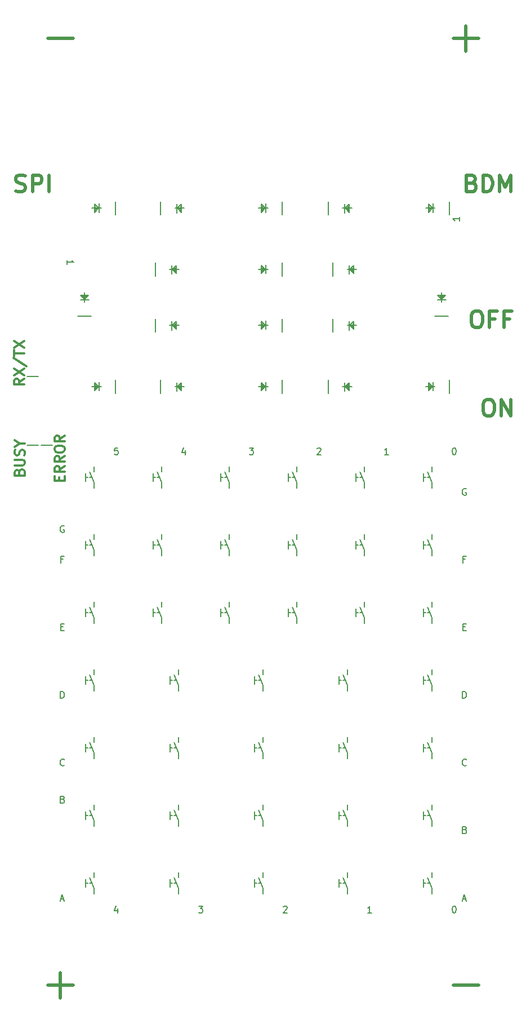
<source format=gto>
G04 (created by PCBNEW (2013-07-07 BZR 4022)-stable) date 1/4/2015 5:38:59 PM*
%MOIN*%
G04 Gerber Fmt 3.4, Leading zero omitted, Abs format*
%FSLAX34Y34*%
G01*
G70*
G90*
G04 APERTURE LIST*
%ADD10C,0.00590551*%
%ADD11C,0.011811*%
%ADD12C,0.00629921*%
%ADD13C,0.019685*%
%ADD14C,0.00787402*%
G04 APERTURE END LIST*
G54D10*
G54D11*
X27567Y-52691D02*
X27595Y-52606D01*
X27623Y-52578D01*
X27679Y-52550D01*
X27764Y-52550D01*
X27820Y-52578D01*
X27848Y-52606D01*
X27876Y-52663D01*
X27876Y-52888D01*
X27286Y-52888D01*
X27286Y-52691D01*
X27314Y-52634D01*
X27342Y-52606D01*
X27398Y-52578D01*
X27455Y-52578D01*
X27511Y-52606D01*
X27539Y-52634D01*
X27567Y-52691D01*
X27567Y-52888D01*
X27286Y-52297D02*
X27764Y-52297D01*
X27820Y-52269D01*
X27848Y-52241D01*
X27876Y-52185D01*
X27876Y-52072D01*
X27848Y-52016D01*
X27820Y-51988D01*
X27764Y-51960D01*
X27286Y-51960D01*
X27848Y-51706D02*
X27876Y-51622D01*
X27876Y-51482D01*
X27848Y-51425D01*
X27820Y-51397D01*
X27764Y-51369D01*
X27708Y-51369D01*
X27651Y-51397D01*
X27623Y-51425D01*
X27595Y-51482D01*
X27567Y-51594D01*
X27539Y-51650D01*
X27511Y-51678D01*
X27455Y-51706D01*
X27398Y-51706D01*
X27342Y-51678D01*
X27314Y-51650D01*
X27286Y-51594D01*
X27286Y-51453D01*
X27314Y-51369D01*
X27595Y-51003D02*
X27876Y-51003D01*
X27286Y-51200D02*
X27595Y-51003D01*
X27286Y-50807D01*
G54D12*
X41168Y-51265D02*
X41412Y-51265D01*
X41281Y-51415D01*
X41337Y-51415D01*
X41374Y-51434D01*
X41393Y-51453D01*
X41412Y-51490D01*
X41412Y-51584D01*
X41393Y-51621D01*
X41374Y-51640D01*
X41337Y-51659D01*
X41225Y-51659D01*
X41187Y-51640D01*
X41168Y-51621D01*
X37374Y-51396D02*
X37374Y-51659D01*
X37281Y-51246D02*
X37187Y-51528D01*
X37431Y-51528D01*
X30203Y-55884D02*
X30165Y-55865D01*
X30109Y-55865D01*
X30053Y-55884D01*
X30015Y-55921D01*
X29996Y-55959D01*
X29978Y-56034D01*
X29978Y-56090D01*
X29996Y-56165D01*
X30015Y-56203D01*
X30053Y-56240D01*
X30109Y-56259D01*
X30146Y-56259D01*
X30203Y-56240D01*
X30221Y-56221D01*
X30221Y-56090D01*
X30146Y-56090D01*
X53281Y-51265D02*
X53318Y-51265D01*
X53356Y-51284D01*
X53374Y-51303D01*
X53393Y-51340D01*
X53412Y-51415D01*
X53412Y-51509D01*
X53393Y-51584D01*
X53374Y-51621D01*
X53356Y-51640D01*
X53318Y-51659D01*
X53281Y-51659D01*
X53243Y-51640D01*
X53225Y-51621D01*
X53206Y-51584D01*
X53187Y-51509D01*
X53187Y-51415D01*
X53206Y-51340D01*
X53225Y-51303D01*
X53243Y-51284D01*
X53281Y-51265D01*
X29996Y-66059D02*
X29996Y-65665D01*
X30090Y-65665D01*
X30146Y-65684D01*
X30184Y-65721D01*
X30203Y-65759D01*
X30221Y-65834D01*
X30221Y-65890D01*
X30203Y-65965D01*
X30184Y-66003D01*
X30146Y-66040D01*
X30090Y-66059D01*
X29996Y-66059D01*
X30221Y-70021D02*
X30203Y-70040D01*
X30146Y-70059D01*
X30109Y-70059D01*
X30053Y-70040D01*
X30015Y-70003D01*
X29996Y-69965D01*
X29978Y-69890D01*
X29978Y-69834D01*
X29996Y-69759D01*
X30015Y-69721D01*
X30053Y-69684D01*
X30109Y-69665D01*
X30146Y-69665D01*
X30203Y-69684D01*
X30221Y-69703D01*
X30006Y-77946D02*
X30193Y-77946D01*
X29968Y-78059D02*
X30100Y-77665D01*
X30231Y-78059D01*
X30128Y-72053D02*
X30184Y-72071D01*
X30203Y-72090D01*
X30221Y-72128D01*
X30221Y-72184D01*
X30203Y-72221D01*
X30184Y-72240D01*
X30146Y-72259D01*
X29996Y-72259D01*
X29996Y-71865D01*
X30128Y-71865D01*
X30165Y-71884D01*
X30184Y-71903D01*
X30203Y-71940D01*
X30203Y-71978D01*
X30184Y-72015D01*
X30165Y-72034D01*
X30128Y-72053D01*
X29996Y-72053D01*
X30156Y-57853D02*
X30025Y-57853D01*
X30025Y-58059D02*
X30025Y-57665D01*
X30212Y-57665D01*
X30015Y-61853D02*
X30146Y-61853D01*
X30203Y-62059D02*
X30015Y-62059D01*
X30015Y-61665D01*
X30203Y-61665D01*
X33393Y-51265D02*
X33206Y-51265D01*
X33187Y-51453D01*
X33206Y-51434D01*
X33243Y-51415D01*
X33337Y-51415D01*
X33374Y-51434D01*
X33393Y-51453D01*
X33412Y-51490D01*
X33412Y-51584D01*
X33393Y-51621D01*
X33374Y-51640D01*
X33337Y-51659D01*
X33243Y-51659D01*
X33206Y-51640D01*
X33187Y-51621D01*
X45187Y-51303D02*
X45206Y-51284D01*
X45243Y-51265D01*
X45337Y-51265D01*
X45374Y-51284D01*
X45393Y-51303D01*
X45412Y-51340D01*
X45412Y-51378D01*
X45393Y-51434D01*
X45168Y-51659D01*
X45412Y-51659D01*
X49412Y-51659D02*
X49187Y-51659D01*
X49300Y-51659D02*
X49300Y-51265D01*
X49262Y-51321D01*
X49225Y-51359D01*
X49187Y-51378D01*
X48412Y-78759D02*
X48187Y-78759D01*
X48300Y-78759D02*
X48300Y-78365D01*
X48262Y-78421D01*
X48225Y-78459D01*
X48187Y-78478D01*
X43187Y-78403D02*
X43206Y-78384D01*
X43243Y-78365D01*
X43337Y-78365D01*
X43374Y-78384D01*
X43393Y-78403D01*
X43412Y-78440D01*
X43412Y-78478D01*
X43393Y-78534D01*
X43168Y-78759D01*
X43412Y-78759D01*
X53815Y-61853D02*
X53946Y-61853D01*
X54003Y-62059D02*
X53815Y-62059D01*
X53815Y-61665D01*
X54003Y-61665D01*
X53956Y-57853D02*
X53825Y-57853D01*
X53825Y-58059D02*
X53825Y-57665D01*
X54012Y-57665D01*
X53928Y-73853D02*
X53984Y-73871D01*
X54003Y-73890D01*
X54021Y-73928D01*
X54021Y-73984D01*
X54003Y-74021D01*
X53984Y-74040D01*
X53946Y-74059D01*
X53796Y-74059D01*
X53796Y-73665D01*
X53928Y-73665D01*
X53965Y-73684D01*
X53984Y-73703D01*
X54003Y-73740D01*
X54003Y-73778D01*
X53984Y-73815D01*
X53965Y-73834D01*
X53928Y-73853D01*
X53796Y-73853D01*
X53806Y-77946D02*
X53993Y-77946D01*
X53768Y-78059D02*
X53900Y-77665D01*
X54031Y-78059D01*
X54021Y-70021D02*
X54003Y-70040D01*
X53946Y-70059D01*
X53909Y-70059D01*
X53853Y-70040D01*
X53815Y-70003D01*
X53796Y-69965D01*
X53778Y-69890D01*
X53778Y-69834D01*
X53796Y-69759D01*
X53815Y-69721D01*
X53853Y-69684D01*
X53909Y-69665D01*
X53946Y-69665D01*
X54003Y-69684D01*
X54021Y-69703D01*
X53796Y-66059D02*
X53796Y-65665D01*
X53890Y-65665D01*
X53946Y-65684D01*
X53984Y-65721D01*
X54003Y-65759D01*
X54021Y-65834D01*
X54021Y-65890D01*
X54003Y-65965D01*
X53984Y-66003D01*
X53946Y-66040D01*
X53890Y-66059D01*
X53796Y-66059D01*
X53281Y-78365D02*
X53318Y-78365D01*
X53356Y-78384D01*
X53374Y-78403D01*
X53393Y-78440D01*
X53412Y-78515D01*
X53412Y-78609D01*
X53393Y-78684D01*
X53374Y-78721D01*
X53356Y-78740D01*
X53318Y-78759D01*
X53281Y-78759D01*
X53243Y-78740D01*
X53225Y-78721D01*
X53206Y-78684D01*
X53187Y-78609D01*
X53187Y-78515D01*
X53206Y-78440D01*
X53225Y-78403D01*
X53243Y-78384D01*
X53281Y-78365D01*
X54003Y-53684D02*
X53965Y-53665D01*
X53909Y-53665D01*
X53853Y-53684D01*
X53815Y-53721D01*
X53796Y-53759D01*
X53778Y-53834D01*
X53778Y-53890D01*
X53796Y-53965D01*
X53815Y-54003D01*
X53853Y-54040D01*
X53909Y-54059D01*
X53946Y-54059D01*
X54003Y-54040D01*
X54021Y-54021D01*
X54021Y-53890D01*
X53946Y-53890D01*
X33374Y-78496D02*
X33374Y-78759D01*
X33281Y-78346D02*
X33187Y-78628D01*
X33431Y-78628D01*
X38168Y-78365D02*
X38412Y-78365D01*
X38281Y-78515D01*
X38337Y-78515D01*
X38374Y-78534D01*
X38393Y-78553D01*
X38412Y-78590D01*
X38412Y-78684D01*
X38393Y-78721D01*
X38374Y-78740D01*
X38337Y-78759D01*
X38225Y-78759D01*
X38187Y-78740D01*
X38168Y-78721D01*
X53623Y-37604D02*
X53623Y-37829D01*
X53623Y-37716D02*
X53230Y-37716D01*
X53286Y-37754D01*
X53323Y-37791D01*
X53342Y-37829D01*
X30391Y-40388D02*
X30391Y-40163D01*
X30391Y-40275D02*
X30785Y-40275D01*
X30729Y-40238D01*
X30691Y-40200D01*
X30673Y-40163D01*
G54D13*
X53250Y-83046D02*
X54749Y-83046D01*
X29250Y-27046D02*
X30749Y-27046D01*
X29250Y-83046D02*
X30749Y-83046D01*
X30000Y-83796D02*
X30000Y-82296D01*
X53250Y-27046D02*
X54749Y-27046D01*
X54000Y-27796D02*
X54000Y-26296D01*
G54D11*
X27837Y-47173D02*
X27556Y-47370D01*
X27837Y-47511D02*
X27246Y-47511D01*
X27246Y-47286D01*
X27275Y-47230D01*
X27303Y-47201D01*
X27359Y-47173D01*
X27443Y-47173D01*
X27500Y-47201D01*
X27528Y-47230D01*
X27556Y-47286D01*
X27556Y-47511D01*
X27246Y-46976D02*
X27837Y-46583D01*
X27246Y-46583D02*
X27837Y-46976D01*
X27218Y-45936D02*
X27978Y-46442D01*
X27246Y-45823D02*
X27246Y-45486D01*
X27837Y-45655D02*
X27246Y-45655D01*
X27246Y-45345D02*
X27837Y-44952D01*
X27246Y-44952D02*
X27837Y-45345D01*
X29929Y-53211D02*
X29929Y-53014D01*
X30239Y-52930D02*
X30239Y-53211D01*
X29648Y-53211D01*
X29648Y-52930D01*
X30239Y-52339D02*
X29957Y-52536D01*
X30239Y-52677D02*
X29648Y-52677D01*
X29648Y-52452D01*
X29676Y-52395D01*
X29704Y-52367D01*
X29760Y-52339D01*
X29845Y-52339D01*
X29901Y-52367D01*
X29929Y-52395D01*
X29957Y-52452D01*
X29957Y-52677D01*
X30239Y-51749D02*
X29957Y-51946D01*
X30239Y-52086D02*
X29648Y-52086D01*
X29648Y-51861D01*
X29676Y-51805D01*
X29704Y-51777D01*
X29760Y-51749D01*
X29845Y-51749D01*
X29901Y-51777D01*
X29929Y-51805D01*
X29957Y-51861D01*
X29957Y-52086D01*
X29648Y-51383D02*
X29648Y-51271D01*
X29676Y-51214D01*
X29732Y-51158D01*
X29845Y-51130D01*
X30042Y-51130D01*
X30154Y-51158D01*
X30210Y-51214D01*
X30239Y-51271D01*
X30239Y-51383D01*
X30210Y-51439D01*
X30154Y-51496D01*
X30042Y-51524D01*
X29845Y-51524D01*
X29732Y-51496D01*
X29676Y-51439D01*
X29648Y-51383D01*
X30239Y-50539D02*
X29957Y-50736D01*
X30239Y-50877D02*
X29648Y-50877D01*
X29648Y-50652D01*
X29676Y-50596D01*
X29704Y-50568D01*
X29760Y-50539D01*
X29845Y-50539D01*
X29901Y-50568D01*
X29929Y-50596D01*
X29957Y-50652D01*
X29957Y-50877D01*
G54D13*
X27352Y-36060D02*
X27493Y-36107D01*
X27727Y-36107D01*
X27821Y-36060D01*
X27868Y-36013D01*
X27915Y-35919D01*
X27915Y-35825D01*
X27868Y-35732D01*
X27821Y-35685D01*
X27727Y-35638D01*
X27540Y-35591D01*
X27446Y-35544D01*
X27399Y-35497D01*
X27352Y-35404D01*
X27352Y-35310D01*
X27399Y-35216D01*
X27446Y-35169D01*
X27540Y-35122D01*
X27774Y-35122D01*
X27915Y-35169D01*
X28337Y-36107D02*
X28337Y-35122D01*
X28712Y-35122D01*
X28805Y-35169D01*
X28852Y-35216D01*
X28899Y-35310D01*
X28899Y-35450D01*
X28852Y-35544D01*
X28805Y-35591D01*
X28712Y-35638D01*
X28337Y-35638D01*
X29321Y-36107D02*
X29321Y-35122D01*
X54358Y-35591D02*
X54499Y-35638D01*
X54546Y-35685D01*
X54593Y-35778D01*
X54593Y-35919D01*
X54546Y-36013D01*
X54499Y-36060D01*
X54405Y-36107D01*
X54030Y-36107D01*
X54030Y-35122D01*
X54358Y-35122D01*
X54452Y-35169D01*
X54499Y-35216D01*
X54546Y-35310D01*
X54546Y-35404D01*
X54499Y-35497D01*
X54452Y-35544D01*
X54358Y-35591D01*
X54030Y-35591D01*
X55014Y-36107D02*
X55014Y-35122D01*
X55249Y-35122D01*
X55389Y-35169D01*
X55483Y-35263D01*
X55530Y-35357D01*
X55577Y-35544D01*
X55577Y-35685D01*
X55530Y-35872D01*
X55483Y-35966D01*
X55389Y-36060D01*
X55249Y-36107D01*
X55014Y-36107D01*
X55999Y-36107D02*
X55999Y-35122D01*
X56327Y-35825D01*
X56655Y-35122D01*
X56655Y-36107D01*
X55249Y-48390D02*
X55436Y-48390D01*
X55530Y-48437D01*
X55624Y-48531D01*
X55671Y-48718D01*
X55671Y-49046D01*
X55624Y-49234D01*
X55530Y-49327D01*
X55436Y-49374D01*
X55249Y-49374D01*
X55155Y-49327D01*
X55061Y-49234D01*
X55014Y-49046D01*
X55014Y-48718D01*
X55061Y-48531D01*
X55155Y-48437D01*
X55249Y-48390D01*
X56092Y-49374D02*
X56092Y-48390D01*
X56655Y-49374D01*
X56655Y-48390D01*
X54553Y-43154D02*
X54741Y-43154D01*
X54835Y-43201D01*
X54928Y-43294D01*
X54975Y-43482D01*
X54975Y-43810D01*
X54928Y-43997D01*
X54835Y-44091D01*
X54741Y-44138D01*
X54553Y-44138D01*
X54460Y-44091D01*
X54366Y-43997D01*
X54319Y-43810D01*
X54319Y-43482D01*
X54366Y-43294D01*
X54460Y-43201D01*
X54553Y-43154D01*
X55725Y-43622D02*
X55397Y-43622D01*
X55397Y-44138D02*
X55397Y-43154D01*
X55866Y-43154D01*
X56569Y-43622D02*
X56241Y-43622D01*
X56241Y-44138D02*
X56241Y-43154D01*
X56709Y-43154D01*
G54D14*
X46122Y-41102D02*
X46122Y-40314D01*
X47519Y-40708D02*
X46968Y-40708D01*
X47086Y-40984D02*
X47086Y-40472D01*
X47244Y-40767D02*
X47244Y-40649D01*
X47302Y-40590D02*
X47302Y-40826D01*
X47362Y-40944D02*
X47362Y-40472D01*
X47362Y-40472D02*
X47126Y-40708D01*
X47126Y-40708D02*
X47362Y-40944D01*
X35610Y-44409D02*
X35610Y-43622D01*
X37007Y-44015D02*
X36456Y-44015D01*
X36574Y-44291D02*
X36574Y-43779D01*
X36732Y-44075D02*
X36732Y-43957D01*
X36790Y-43897D02*
X36790Y-44133D01*
X36850Y-44251D02*
X36850Y-43779D01*
X36850Y-43779D02*
X36614Y-44015D01*
X36614Y-44015D02*
X36850Y-44251D01*
X53011Y-47244D02*
X53011Y-48031D01*
X51614Y-47637D02*
X52165Y-47637D01*
X52047Y-47362D02*
X52047Y-47874D01*
X51889Y-47578D02*
X51889Y-47696D01*
X51831Y-47755D02*
X51831Y-47519D01*
X51771Y-47401D02*
X51771Y-47873D01*
X51771Y-47873D02*
X52007Y-47637D01*
X52007Y-47637D02*
X51771Y-47401D01*
X45846Y-48031D02*
X45846Y-47244D01*
X47244Y-47637D02*
X46692Y-47637D01*
X46811Y-47913D02*
X46811Y-47401D01*
X46968Y-47697D02*
X46968Y-47579D01*
X47027Y-47519D02*
X47027Y-47755D01*
X47086Y-47873D02*
X47086Y-47401D01*
X47086Y-47401D02*
X46850Y-47637D01*
X46850Y-47637D02*
X47086Y-47873D01*
X43129Y-47244D02*
X43129Y-48031D01*
X41732Y-47637D02*
X42283Y-47637D01*
X42165Y-47362D02*
X42165Y-47874D01*
X42007Y-47578D02*
X42007Y-47696D01*
X41949Y-47755D02*
X41949Y-47519D01*
X41889Y-47401D02*
X41889Y-47873D01*
X41889Y-47873D02*
X42125Y-47637D01*
X42125Y-47637D02*
X41889Y-47401D01*
X35925Y-48031D02*
X35925Y-47244D01*
X37322Y-47637D02*
X36771Y-47637D01*
X36889Y-47913D02*
X36889Y-47401D01*
X37047Y-47697D02*
X37047Y-47579D01*
X37105Y-47519D02*
X37105Y-47755D01*
X37165Y-47873D02*
X37165Y-47401D01*
X37165Y-47401D02*
X36929Y-47637D01*
X36929Y-47637D02*
X37165Y-47873D01*
X33248Y-47244D02*
X33248Y-48031D01*
X31850Y-47637D02*
X32401Y-47637D01*
X32283Y-47362D02*
X32283Y-47874D01*
X32125Y-47578D02*
X32125Y-47696D01*
X32067Y-47755D02*
X32067Y-47519D01*
X32007Y-47401D02*
X32007Y-47873D01*
X32007Y-47873D02*
X32243Y-47637D01*
X32243Y-47637D02*
X32007Y-47401D01*
X52952Y-43484D02*
X52165Y-43484D01*
X52559Y-42086D02*
X52559Y-42637D01*
X52834Y-42519D02*
X52322Y-42519D01*
X52618Y-42362D02*
X52500Y-42362D01*
X52441Y-42303D02*
X52677Y-42303D01*
X52795Y-42244D02*
X52323Y-42244D01*
X52323Y-42244D02*
X52559Y-42480D01*
X52559Y-42480D02*
X52795Y-42244D01*
X43129Y-40314D02*
X43129Y-41102D01*
X41732Y-40708D02*
X42283Y-40708D01*
X42165Y-40433D02*
X42165Y-40944D01*
X42007Y-40649D02*
X42007Y-40767D01*
X41949Y-40826D02*
X41949Y-40590D01*
X41889Y-40472D02*
X41889Y-40944D01*
X41889Y-40944D02*
X42125Y-40708D01*
X42125Y-40708D02*
X41889Y-40472D01*
X35610Y-41102D02*
X35610Y-40314D01*
X37007Y-40708D02*
X36456Y-40708D01*
X36574Y-40984D02*
X36574Y-40472D01*
X36732Y-40767D02*
X36732Y-40649D01*
X36790Y-40590D02*
X36790Y-40826D01*
X36850Y-40944D02*
X36850Y-40472D01*
X36850Y-40472D02*
X36614Y-40708D01*
X36614Y-40708D02*
X36850Y-40944D01*
X31811Y-43484D02*
X31023Y-43484D01*
X31417Y-42086D02*
X31417Y-42637D01*
X31692Y-42519D02*
X31181Y-42519D01*
X31476Y-42362D02*
X31358Y-42362D01*
X31299Y-42303D02*
X31535Y-42303D01*
X31653Y-42244D02*
X31181Y-42244D01*
X31181Y-42244D02*
X31417Y-42480D01*
X31417Y-42480D02*
X31653Y-42244D01*
X53011Y-36692D02*
X53011Y-37480D01*
X51614Y-37086D02*
X52165Y-37086D01*
X52047Y-36811D02*
X52047Y-37322D01*
X51889Y-37027D02*
X51889Y-37145D01*
X51831Y-37204D02*
X51831Y-36968D01*
X51771Y-36850D02*
X51771Y-37322D01*
X51771Y-37322D02*
X52007Y-37086D01*
X52007Y-37086D02*
X51771Y-36850D01*
X45846Y-37480D02*
X45846Y-36692D01*
X47244Y-37086D02*
X46692Y-37086D01*
X46811Y-37362D02*
X46811Y-36850D01*
X46968Y-37145D02*
X46968Y-37027D01*
X47027Y-36968D02*
X47027Y-37204D01*
X47086Y-37322D02*
X47086Y-36850D01*
X47086Y-36850D02*
X46850Y-37086D01*
X46850Y-37086D02*
X47086Y-37322D01*
X43129Y-36692D02*
X43129Y-37480D01*
X41732Y-37086D02*
X42283Y-37086D01*
X42165Y-36811D02*
X42165Y-37322D01*
X42007Y-37027D02*
X42007Y-37145D01*
X41949Y-37204D02*
X41949Y-36968D01*
X41889Y-36850D02*
X41889Y-37322D01*
X41889Y-37322D02*
X42125Y-37086D01*
X42125Y-37086D02*
X41889Y-36850D01*
X35925Y-37480D02*
X35925Y-36692D01*
X37322Y-37086D02*
X36771Y-37086D01*
X36889Y-37362D02*
X36889Y-36850D01*
X37047Y-37145D02*
X37047Y-37027D01*
X37105Y-36968D02*
X37105Y-37204D01*
X37165Y-37322D02*
X37165Y-36850D01*
X37165Y-36850D02*
X36929Y-37086D01*
X36929Y-37086D02*
X37165Y-37322D01*
X33248Y-36692D02*
X33248Y-37480D01*
X31850Y-37086D02*
X32401Y-37086D01*
X32283Y-36811D02*
X32283Y-37322D01*
X32125Y-37027D02*
X32125Y-37145D01*
X32067Y-37204D02*
X32067Y-36968D01*
X32007Y-36850D02*
X32007Y-37322D01*
X32007Y-37322D02*
X32243Y-37086D01*
X32243Y-37086D02*
X32007Y-36850D01*
X43129Y-43622D02*
X43129Y-44409D01*
X41732Y-44015D02*
X42283Y-44015D01*
X42165Y-43740D02*
X42165Y-44251D01*
X42007Y-43956D02*
X42007Y-44074D01*
X41949Y-44133D02*
X41949Y-43897D01*
X41889Y-43779D02*
X41889Y-44251D01*
X41889Y-44251D02*
X42125Y-44015D01*
X42125Y-44015D02*
X41889Y-43779D01*
X46122Y-44409D02*
X46122Y-43622D01*
X47519Y-44015D02*
X46968Y-44015D01*
X47086Y-44291D02*
X47086Y-43779D01*
X47244Y-44075D02*
X47244Y-43957D01*
X47302Y-43897D02*
X47302Y-44133D01*
X47362Y-44251D02*
X47362Y-43779D01*
X47362Y-43779D02*
X47126Y-44015D01*
X47126Y-44015D02*
X47362Y-44251D01*
X28681Y-47047D02*
X28011Y-47047D01*
X28011Y-51102D02*
X28681Y-51102D01*
X28838Y-51102D02*
X29507Y-51102D01*
X41606Y-73000D02*
X41488Y-73000D01*
X41724Y-73000D02*
X41842Y-73000D01*
X41488Y-73236D02*
X41488Y-72763D01*
X42000Y-73314D02*
X41724Y-72685D01*
X42000Y-72370D02*
X42000Y-72685D01*
X42000Y-73629D02*
X42000Y-73314D01*
X41606Y-77000D02*
X41488Y-77000D01*
X41724Y-77000D02*
X41842Y-77000D01*
X41488Y-77236D02*
X41488Y-76763D01*
X42000Y-77314D02*
X41724Y-76685D01*
X42000Y-76370D02*
X42000Y-76685D01*
X42000Y-77629D02*
X42000Y-77314D01*
X36606Y-77000D02*
X36488Y-77000D01*
X36724Y-77000D02*
X36842Y-77000D01*
X36488Y-77236D02*
X36488Y-76763D01*
X37000Y-77314D02*
X36724Y-76685D01*
X37000Y-76370D02*
X37000Y-76685D01*
X37000Y-77629D02*
X37000Y-77314D01*
X31606Y-77000D02*
X31488Y-77000D01*
X31724Y-77000D02*
X31842Y-77000D01*
X31488Y-77236D02*
X31488Y-76763D01*
X32000Y-77314D02*
X31724Y-76685D01*
X32000Y-76370D02*
X32000Y-76685D01*
X32000Y-77629D02*
X32000Y-77314D01*
X31606Y-53000D02*
X31488Y-53000D01*
X31724Y-53000D02*
X31842Y-53000D01*
X31488Y-53236D02*
X31488Y-52763D01*
X32000Y-53314D02*
X31724Y-52685D01*
X32000Y-52370D02*
X32000Y-52685D01*
X32000Y-53629D02*
X32000Y-53314D01*
X36606Y-69000D02*
X36488Y-69000D01*
X36724Y-69000D02*
X36842Y-69000D01*
X36488Y-69236D02*
X36488Y-68763D01*
X37000Y-69314D02*
X36724Y-68685D01*
X37000Y-68370D02*
X37000Y-68685D01*
X37000Y-69629D02*
X37000Y-69314D01*
X36606Y-65000D02*
X36488Y-65000D01*
X36724Y-65000D02*
X36842Y-65000D01*
X36488Y-65236D02*
X36488Y-64763D01*
X37000Y-65314D02*
X36724Y-64685D01*
X37000Y-64370D02*
X37000Y-64685D01*
X37000Y-65629D02*
X37000Y-65314D01*
X39606Y-61000D02*
X39488Y-61000D01*
X39724Y-61000D02*
X39842Y-61000D01*
X39488Y-61236D02*
X39488Y-60763D01*
X40000Y-61314D02*
X39724Y-60685D01*
X40000Y-60370D02*
X40000Y-60685D01*
X40000Y-61629D02*
X40000Y-61314D01*
X31606Y-73000D02*
X31488Y-73000D01*
X31724Y-73000D02*
X31842Y-73000D01*
X31488Y-73236D02*
X31488Y-72763D01*
X32000Y-73314D02*
X31724Y-72685D01*
X32000Y-72370D02*
X32000Y-72685D01*
X32000Y-73629D02*
X32000Y-73314D01*
X31606Y-69000D02*
X31488Y-69000D01*
X31724Y-69000D02*
X31842Y-69000D01*
X31488Y-69236D02*
X31488Y-68763D01*
X32000Y-69314D02*
X31724Y-68685D01*
X32000Y-68370D02*
X32000Y-68685D01*
X32000Y-69629D02*
X32000Y-69314D01*
X36606Y-73000D02*
X36488Y-73000D01*
X36724Y-73000D02*
X36842Y-73000D01*
X36488Y-73236D02*
X36488Y-72763D01*
X37000Y-73314D02*
X36724Y-72685D01*
X37000Y-72370D02*
X37000Y-72685D01*
X37000Y-73629D02*
X37000Y-73314D01*
X35606Y-53000D02*
X35488Y-53000D01*
X35724Y-53000D02*
X35842Y-53000D01*
X35488Y-53236D02*
X35488Y-52763D01*
X36000Y-53314D02*
X35724Y-52685D01*
X36000Y-52370D02*
X36000Y-52685D01*
X36000Y-53629D02*
X36000Y-53314D01*
X39606Y-53000D02*
X39488Y-53000D01*
X39724Y-53000D02*
X39842Y-53000D01*
X39488Y-53236D02*
X39488Y-52763D01*
X40000Y-53314D02*
X39724Y-52685D01*
X40000Y-52370D02*
X40000Y-52685D01*
X40000Y-53629D02*
X40000Y-53314D01*
X47606Y-57000D02*
X47488Y-57000D01*
X47724Y-57000D02*
X47842Y-57000D01*
X47488Y-57236D02*
X47488Y-56763D01*
X48000Y-57314D02*
X47724Y-56685D01*
X48000Y-56370D02*
X48000Y-56685D01*
X48000Y-57629D02*
X48000Y-57314D01*
X47606Y-61000D02*
X47488Y-61000D01*
X47724Y-61000D02*
X47842Y-61000D01*
X47488Y-61236D02*
X47488Y-60763D01*
X48000Y-61314D02*
X47724Y-60685D01*
X48000Y-60370D02*
X48000Y-60685D01*
X48000Y-61629D02*
X48000Y-61314D01*
X46606Y-65000D02*
X46488Y-65000D01*
X46724Y-65000D02*
X46842Y-65000D01*
X46488Y-65236D02*
X46488Y-64763D01*
X47000Y-65314D02*
X46724Y-64685D01*
X47000Y-64370D02*
X47000Y-64685D01*
X47000Y-65629D02*
X47000Y-65314D01*
X41606Y-69000D02*
X41488Y-69000D01*
X41724Y-69000D02*
X41842Y-69000D01*
X41488Y-69236D02*
X41488Y-68763D01*
X42000Y-69314D02*
X41724Y-68685D01*
X42000Y-68370D02*
X42000Y-68685D01*
X42000Y-69629D02*
X42000Y-69314D01*
X31606Y-65000D02*
X31488Y-65000D01*
X31724Y-65000D02*
X31842Y-65000D01*
X31488Y-65236D02*
X31488Y-64763D01*
X32000Y-65314D02*
X31724Y-64685D01*
X32000Y-64370D02*
X32000Y-64685D01*
X32000Y-65629D02*
X32000Y-65314D01*
X41606Y-65000D02*
X41488Y-65000D01*
X41724Y-65000D02*
X41842Y-65000D01*
X41488Y-65236D02*
X41488Y-64763D01*
X42000Y-65314D02*
X41724Y-64685D01*
X42000Y-64370D02*
X42000Y-64685D01*
X42000Y-65629D02*
X42000Y-65314D01*
X43606Y-61000D02*
X43488Y-61000D01*
X43724Y-61000D02*
X43842Y-61000D01*
X43488Y-61236D02*
X43488Y-60763D01*
X44000Y-61314D02*
X43724Y-60685D01*
X44000Y-60370D02*
X44000Y-60685D01*
X44000Y-61629D02*
X44000Y-61314D01*
X43606Y-57000D02*
X43488Y-57000D01*
X43724Y-57000D02*
X43842Y-57000D01*
X43488Y-57236D02*
X43488Y-56763D01*
X44000Y-57314D02*
X43724Y-56685D01*
X44000Y-56370D02*
X44000Y-56685D01*
X44000Y-57629D02*
X44000Y-57314D01*
X46606Y-77000D02*
X46488Y-77000D01*
X46724Y-77000D02*
X46842Y-77000D01*
X46488Y-77236D02*
X46488Y-76763D01*
X47000Y-77314D02*
X46724Y-76685D01*
X47000Y-76370D02*
X47000Y-76685D01*
X47000Y-77629D02*
X47000Y-77314D01*
X46606Y-69000D02*
X46488Y-69000D01*
X46724Y-69000D02*
X46842Y-69000D01*
X46488Y-69236D02*
X46488Y-68763D01*
X47000Y-69314D02*
X46724Y-68685D01*
X47000Y-68370D02*
X47000Y-68685D01*
X47000Y-69629D02*
X47000Y-69314D01*
X46606Y-73000D02*
X46488Y-73000D01*
X46724Y-73000D02*
X46842Y-73000D01*
X46488Y-73236D02*
X46488Y-72763D01*
X47000Y-73314D02*
X46724Y-72685D01*
X47000Y-72370D02*
X47000Y-72685D01*
X47000Y-73629D02*
X47000Y-73314D01*
X43606Y-53000D02*
X43488Y-53000D01*
X43724Y-53000D02*
X43842Y-53000D01*
X43488Y-53236D02*
X43488Y-52763D01*
X44000Y-53314D02*
X43724Y-52685D01*
X44000Y-52370D02*
X44000Y-52685D01*
X44000Y-53629D02*
X44000Y-53314D01*
X51606Y-77000D02*
X51488Y-77000D01*
X51724Y-77000D02*
X51842Y-77000D01*
X51488Y-77236D02*
X51488Y-76763D01*
X52000Y-77314D02*
X51724Y-76685D01*
X52000Y-76370D02*
X52000Y-76685D01*
X52000Y-77629D02*
X52000Y-77314D01*
X51606Y-73000D02*
X51488Y-73000D01*
X51724Y-73000D02*
X51842Y-73000D01*
X51488Y-73236D02*
X51488Y-72763D01*
X52000Y-73314D02*
X51724Y-72685D01*
X52000Y-72370D02*
X52000Y-72685D01*
X52000Y-73629D02*
X52000Y-73314D01*
X51606Y-69000D02*
X51488Y-69000D01*
X51724Y-69000D02*
X51842Y-69000D01*
X51488Y-69236D02*
X51488Y-68763D01*
X52000Y-69314D02*
X51724Y-68685D01*
X52000Y-68370D02*
X52000Y-68685D01*
X52000Y-69629D02*
X52000Y-69314D01*
X51606Y-65000D02*
X51488Y-65000D01*
X51724Y-65000D02*
X51842Y-65000D01*
X51488Y-65236D02*
X51488Y-64763D01*
X52000Y-65314D02*
X51724Y-64685D01*
X52000Y-64370D02*
X52000Y-64685D01*
X52000Y-65629D02*
X52000Y-65314D01*
X51606Y-61000D02*
X51488Y-61000D01*
X51724Y-61000D02*
X51842Y-61000D01*
X51488Y-61236D02*
X51488Y-60763D01*
X52000Y-61314D02*
X51724Y-60685D01*
X52000Y-60370D02*
X52000Y-60685D01*
X52000Y-61629D02*
X52000Y-61314D01*
X51606Y-53000D02*
X51488Y-53000D01*
X51724Y-53000D02*
X51842Y-53000D01*
X51488Y-53236D02*
X51488Y-52763D01*
X52000Y-53314D02*
X51724Y-52685D01*
X52000Y-52370D02*
X52000Y-52685D01*
X52000Y-53629D02*
X52000Y-53314D01*
X51606Y-57000D02*
X51488Y-57000D01*
X51724Y-57000D02*
X51842Y-57000D01*
X51488Y-57236D02*
X51488Y-56763D01*
X52000Y-57314D02*
X51724Y-56685D01*
X52000Y-56370D02*
X52000Y-56685D01*
X52000Y-57629D02*
X52000Y-57314D01*
X39606Y-57000D02*
X39488Y-57000D01*
X39724Y-57000D02*
X39842Y-57000D01*
X39488Y-57236D02*
X39488Y-56763D01*
X40000Y-57314D02*
X39724Y-56685D01*
X40000Y-56370D02*
X40000Y-56685D01*
X40000Y-57629D02*
X40000Y-57314D01*
X35606Y-57000D02*
X35488Y-57000D01*
X35724Y-57000D02*
X35842Y-57000D01*
X35488Y-57236D02*
X35488Y-56763D01*
X36000Y-57314D02*
X35724Y-56685D01*
X36000Y-56370D02*
X36000Y-56685D01*
X36000Y-57629D02*
X36000Y-57314D01*
X35606Y-61000D02*
X35488Y-61000D01*
X35724Y-61000D02*
X35842Y-61000D01*
X35488Y-61236D02*
X35488Y-60763D01*
X36000Y-61314D02*
X35724Y-60685D01*
X36000Y-60370D02*
X36000Y-60685D01*
X36000Y-61629D02*
X36000Y-61314D01*
X31606Y-61000D02*
X31488Y-61000D01*
X31724Y-61000D02*
X31842Y-61000D01*
X31488Y-61236D02*
X31488Y-60763D01*
X32000Y-61314D02*
X31724Y-60685D01*
X32000Y-60370D02*
X32000Y-60685D01*
X32000Y-61629D02*
X32000Y-61314D01*
X47606Y-53000D02*
X47488Y-53000D01*
X47724Y-53000D02*
X47842Y-53000D01*
X47488Y-53236D02*
X47488Y-52763D01*
X48000Y-53314D02*
X47724Y-52685D01*
X48000Y-52370D02*
X48000Y-52685D01*
X48000Y-53629D02*
X48000Y-53314D01*
X31606Y-57000D02*
X31488Y-57000D01*
X31724Y-57000D02*
X31842Y-57000D01*
X31488Y-57236D02*
X31488Y-56763D01*
X32000Y-57314D02*
X31724Y-56685D01*
X32000Y-56370D02*
X32000Y-56685D01*
X32000Y-57629D02*
X32000Y-57314D01*
M02*

</source>
